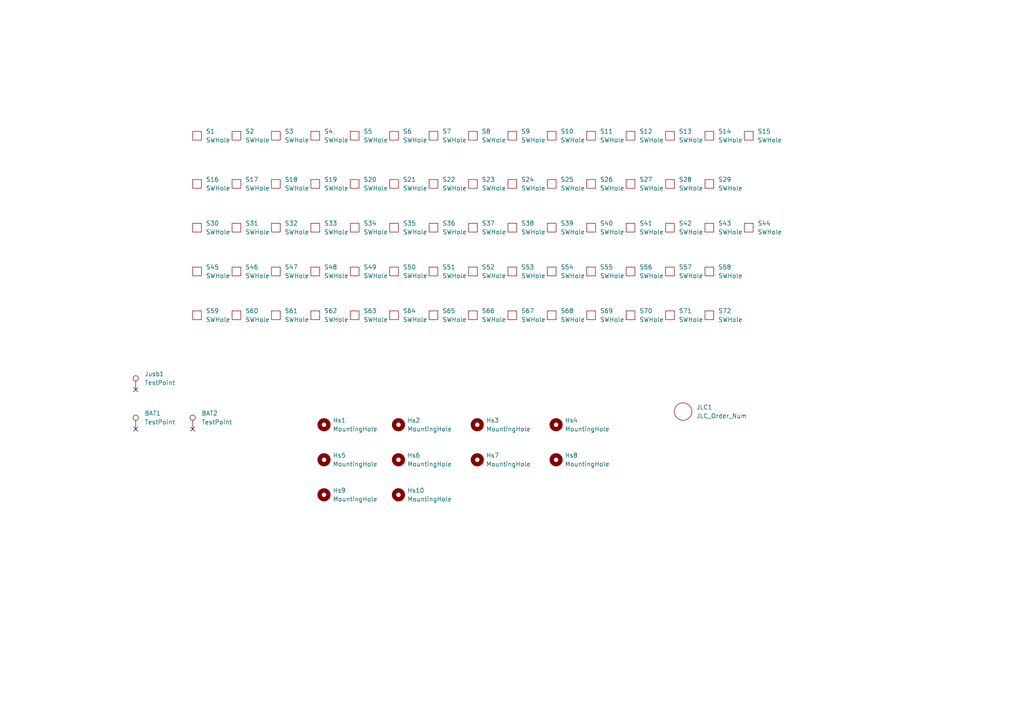
<source format=kicad_sch>
(kicad_sch (version 20250114) (generator "eeschema") (generator_version "9.0")
  (paper "A4")
  (lib_symbols
    (symbol "Connector:TestPoint" (pin_numbers (hide yes)) (pin_names (offset 0.762) (hide yes))
      (property "Reference" "TP" (at 0 6.858 0))
      (property "Value" "TestPoint" (at 0 5.08 0))
      (symbol "TestPoint_0_1"
        (circle (center 0 3.302) (radius 0.762))
      )
      (symbol "TestPoint_1_1"
        (pin passive line (at 0 0 90) (length 2.54) (name "1") (number "1"))
      )
    )
    (symbol "Mechanical:MountingHole" (pin_names (offset 1.016)) (in_bom no)
      (property "Reference" "H" (at 0 5.08 0))
      (property "Value" "MountingHole" (at 0 3.175 0))
      (symbol "MountingHole_0_1"
        (circle (center 0 0) (radius 1.27) (stroke (width 1.27)))
      )
    )
    (symbol "tmr-lib:JLC_Order_Num"
      (property "Reference" "JLC" (at 0 0 0))
      (property "Value" "JLC_Order_Num" (at 0 0 0))
      (symbol "JLC_Order_Num_0_1"
        (circle (center 0 0) (radius 2.54) (stroke (width 0.1524)))
      )
    )
    (symbol "tmr-lib:SWHole"
      (property "Reference" "S" (at 0 2.54 0))
      (property "Value" "SWHole" (at 0 -2.54 0))
      (symbol "SWHole_0_1"
        (rectangle (start -1.27 1.27) (end 1.27 -1.27) (stroke (width 0.1524)))
      )
    )
  )
  (no_connect (at 39.37 124.46))
  (no_connect (at 39.37 113.03))
  (no_connect (at 55.88 124.46))
  (symbol (lib_id "tmr-lib:SWHole") (at 125.73 53.34 0) (unit 1)
    (property "Reference" "S22" (at 128.27 52.0699 0) (effects (justify left)))
    (property "Value" "SWHole" (at 128.27 54.6099 0) (effects (justify left)))
    (property "Footprint" "tmr-lib:Switch_Cutout" (effects (hide yes)))
  )
  (symbol (lib_id "tmr-lib:SWHole") (at 148.59 66.04 0) (unit 1)
    (property "Reference" "S38" (at 151.13 64.7699 0) (effects (justify left)))
    (property "Value" "SWHole" (at 151.13 67.3099 0) (effects (justify left)))
    (property "Footprint" "tmr-lib:Switch_Cutout" (effects (hide yes)))
  )
  (symbol (lib_id "tmr-lib:SWHole") (at 68.58 91.44 0) (unit 1)
    (property "Reference" "S60" (at 71.12 90.1699 0) (effects (justify left)))
    (property "Value" "SWHole" (at 71.12 92.7099 0) (effects (justify left)))
    (property "Footprint" "tmr-lib:Switch_Cutout_1.25u" (effects (hide yes)))
  )
  (symbol (lib_id "tmr-lib:SWHole") (at 137.16 66.04 0) (unit 1)
    (property "Reference" "S37" (at 139.7 64.7699 0) (effects (justify left)))
    (property "Value" "SWHole" (at 139.7 67.3099 0) (effects (justify left)))
    (property "Footprint" "tmr-lib:Switch_Cutout" (effects (hide yes)))
  )
  (symbol (lib_id "Mechanical:MountingHole") (at 115.57 133.35 0) (unit 1) (in_bom no)
    (property "Reference" "Hs6" (at 118.11 132.0799 0) (effects (justify left)))
    (property "Value" "MountingHole" (at 118.11 134.6199 0) (effects (justify left)))
    (property "Footprint" "MountingHole:MountingHole_2.1mm" (effects (hide yes)))
    (property "Description" "Mounting Hole without connection" (effects (hide yes)))
  )
  (symbol (lib_id "tmr-lib:SWHole") (at 205.74 78.74 0) (unit 1)
    (property "Reference" "S58" (at 208.28 77.4699 0) (effects (justify left)))
    (property "Value" "SWHole" (at 208.28 80.0099 0) (effects (justify left)))
    (property "Footprint" "tmr-lib:Switch_Cutout" (effects (hide yes)))
  )
  (symbol (lib_id "tmr-lib:SWHole") (at 102.87 53.34 0) (unit 1)
    (property "Reference" "S20" (at 105.41 52.0699 0) (effects (justify left)))
    (property "Value" "SWHole" (at 105.41 54.6099 0) (effects (justify left)))
    (property "Footprint" "tmr-lib:Switch_Cutout" (effects (hide yes)))
  )
  (symbol (lib_id "tmr-lib:SWHole") (at 114.3 78.74 0) (unit 1)
    (property "Reference" "S50" (at 116.84 77.4699 0) (effects (justify left)))
    (property "Value" "SWHole" (at 116.84 80.0099 0) (effects (justify left)))
    (property "Footprint" "tmr-lib:Switch_Cutout" (effects (hide yes)))
  )
  (symbol (lib_id "tmr-lib:SWHole") (at 114.3 91.44 0) (unit 1)
    (property "Reference" "S64" (at 116.84 90.1699 0) (effects (justify left)))
    (property "Value" "SWHole" (at 116.84 92.7099 0) (effects (justify left)))
    (property "Footprint" "tmr-lib:Switch_Cutout_2u" (effects (hide yes)))
  )
  (symbol (lib_id "tmr-lib:SWHole") (at 80.01 78.74 0) (unit 1)
    (property "Reference" "S47" (at 82.55 77.4699 0) (effects (justify left)))
    (property "Value" "SWHole" (at 82.55 80.0099 0) (effects (justify left)))
    (property "Footprint" "tmr-lib:Switch_Cutout" (effects (hide yes)))
  )
  (symbol (lib_id "tmr-lib:SWHole") (at 114.3 39.37 0) (unit 1)
    (property "Reference" "S6" (at 116.84 38.0999 0) (effects (justify left)))
    (property "Value" "SWHole" (at 116.84 40.6399 0) (effects (justify left)))
    (property "Footprint" "tmr-lib:Switch_Cutout" (effects (hide yes)))
  )
  (symbol (lib_id "tmr-lib:SWHole") (at 68.58 53.34 0) (unit 1)
    (property "Reference" "S17" (at 71.12 52.0699 0) (effects (justify left)))
    (property "Value" "SWHole" (at 71.12 54.6099 0) (effects (justify left)))
    (property "Footprint" "tmr-lib:Switch_Cutout" (effects (hide yes)))
  )
  (symbol (lib_id "Mechanical:MountingHole") (at 161.29 133.35 0) (unit 1) (in_bom no)
    (property "Reference" "Hs8" (at 163.83 132.0799 0) (effects (justify left)))
    (property "Value" "MountingHole" (at 163.83 134.6199 0) (effects (justify left)))
    (property "Footprint" "MountingHole:MountingHole_2.1mm" (effects (hide yes)))
    (property "Description" "Mounting Hole without connection" (effects (hide yes)))
  )
  (symbol (lib_id "tmr-lib:SWHole") (at 194.31 78.74 0) (unit 1)
    (property "Reference" "S57" (at 196.85 77.4699 0) (effects (justify left)))
    (property "Value" "SWHole" (at 196.85 80.0099 0) (effects (justify left)))
    (property "Footprint" "tmr-lib:Switch_Cutout_1.25u" (effects (hide yes)))
  )
  (symbol (lib_id "tmr-lib:SWHole") (at 194.31 53.34 0) (unit 1)
    (property "Reference" "S28" (at 196.85 52.0699 0) (effects (justify left)))
    (property "Value" "SWHole" (at 196.85 54.6099 0) (effects (justify left)))
    (property "Footprint" "tmr-lib:Switch_Cutout" (effects (hide yes)))
  )
  (symbol (lib_id "tmr-lib:SWHole") (at 194.31 66.04 0) (unit 1)
    (property "Reference" "S42" (at 196.85 64.7699 0) (effects (justify left)))
    (property "Value" "SWHole" (at 196.85 67.3099 0) (effects (justify left)))
    (property "Footprint" "tmr-lib:Switch_Cutout" (effects (hide yes)))
  )
  (symbol (lib_id "tmr-lib:SWHole") (at 68.58 66.04 0) (unit 1)
    (property "Reference" "S31" (at 71.12 64.7699 0) (effects (justify left)))
    (property "Value" "SWHole" (at 71.12 67.3099 0) (effects (justify left)))
    (property "Footprint" "tmr-lib:Switch_Cutout" (effects (hide yes)))
  )
  (symbol (lib_id "tmr-lib:SWHole") (at 102.87 66.04 0) (unit 1)
    (property "Reference" "S34" (at 105.41 64.7699 0) (effects (justify left)))
    (property "Value" "SWHole" (at 105.41 67.3099 0) (effects (justify left)))
    (property "Footprint" "tmr-lib:Switch_Cutout" (effects (hide yes)))
  )
  (symbol (lib_id "tmr-lib:SWHole") (at 57.15 78.74 0) (unit 1)
    (property "Reference" "S45" (at 59.69 77.4699 0) (effects (justify left)))
    (property "Value" "SWHole" (at 59.69 80.0099 0) (effects (justify left)))
    (property "Footprint" "tmr-lib:Switch_Cutout_1.25u" (effects (hide yes)))
  )
  (symbol (lib_id "Mechanical:MountingHole") (at 93.98 123.19 0) (unit 1) (in_bom no)
    (property "Reference" "Hs1" (at 96.52 121.9199 0) (effects (justify left)))
    (property "Value" "MountingHole" (at 96.52 124.4599 0) (effects (justify left)))
    (property "Footprint" "MountingHole:MountingHole_2.1mm" (effects (hide yes)))
    (property "Description" "Mounting Hole without connection" (effects (hide yes)))
  )
  (symbol (lib_id "tmr-lib:SWHole") (at 57.15 39.37 0) (unit 1)
    (property "Reference" "S1" (at 59.69 38.0999 0) (effects (justify left)))
    (property "Value" "SWHole" (at 59.69 40.6399 0) (effects (justify left)))
    (property "Footprint" "tmr-lib:Switch_Cutout" (effects (hide yes)))
  )
  (symbol (lib_id "tmr-lib:SWHole") (at 205.74 91.44 0) (unit 1)
    (property "Reference" "S72" (at 208.28 90.1699 0) (effects (justify left)))
    (property "Value" "SWHole" (at 208.28 92.7099 0) (effects (justify left)))
    (property "Footprint" "tmr-lib:Switch_Cutout" (effects (hide yes)))
  )
  (symbol (lib_id "tmr-lib:SWHole") (at 125.73 39.37 0) (unit 1)
    (property "Reference" "S7" (at 128.27 38.0999 0) (effects (justify left)))
    (property "Value" "SWHole" (at 128.27 40.6399 0) (effects (justify left)))
    (property "Footprint" "tmr-lib:Switch_Cutout" (effects (hide yes)))
  )
  (symbol (lib_id "tmr-lib:SWHole") (at 148.59 39.37 0) (unit 1)
    (property "Reference" "S9" (at 151.13 38.0999 0) (effects (justify left)))
    (property "Value" "SWHole" (at 151.13 40.6399 0) (effects (justify left)))
    (property "Footprint" "tmr-lib:Switch_Cutout" (effects (hide yes)))
  )
  (symbol (lib_id "tmr-lib:SWHole") (at 68.58 78.74 0) (unit 1)
    (property "Reference" "S46" (at 71.12 77.4699 0) (effects (justify left)))
    (property "Value" "SWHole" (at 71.12 80.0099 0) (effects (justify left)))
    (property "Footprint" "tmr-lib:Switch_Cutout_1.75u" (effects (hide yes)))
  )
  (symbol (lib_id "tmr-lib:SWHole") (at 171.45 91.44 0) (unit 1)
    (property "Reference" "S69" (at 173.99 90.1699 0) (effects (justify left)))
    (property "Value" "SWHole" (at 173.99 92.7099 0) (effects (justify left)))
    (property "Footprint" "tmr-lib:Switch_Cutout" (effects (hide yes)))
  )
  (symbol (lib_id "tmr-lib:SWHole") (at 171.45 39.37 0) (unit 1)
    (property "Reference" "S11" (at 173.99 38.0999 0) (effects (justify left)))
    (property "Value" "SWHole" (at 173.99 40.6399 0) (effects (justify left)))
    (property "Footprint" "tmr-lib:Switch_Cutout" (effects (hide yes)))
  )
  (symbol (lib_id "tmr-lib:SWHole") (at 194.31 91.44 0) (unit 1)
    (property "Reference" "S71" (at 196.85 90.1699 0) (effects (justify left)))
    (property "Value" "SWHole" (at 196.85 92.7099 0) (effects (justify left)))
    (property "Footprint" "tmr-lib:Switch_Cutout" (effects (hide yes)))
  )
  (symbol (lib_id "tmr-lib:SWHole") (at 205.74 39.37 0) (unit 1)
    (property "Reference" "S14" (at 208.28 38.0999 0) (effects (justify left)))
    (property "Value" "SWHole" (at 208.28 40.6399 0) (effects (justify left)))
    (property "Footprint" "tmr-lib:Switch_Cutout" (effects (hide yes)))
  )
  (symbol (lib_id "tmr-lib:SWHole") (at 148.59 91.44 0) (unit 1)
    (property "Reference" "S67" (at 151.13 90.1699 0) (effects (justify left)))
    (property "Value" "SWHole" (at 151.13 92.7099 0) (effects (justify left)))
    (property "Footprint" "tmr-lib:Switch_Cutout" (effects (hide yes)))
  )
  (symbol (lib_id "tmr-lib:JLC_Order_Num") (at 198.12 119.38 0) (unit 1)
    (property "Reference" "JLC1" (at 201.93 118.1099 0) (effects (justify left)))
    (property "Value" "JLC_Order_Num" (at 201.93 120.6499 0) (effects (justify left)))
    (property "Footprint" "tmr-lib:JLC_Order_Num" (effects (hide yes)))
  )
  (symbol (lib_id "tmr-lib:SWHole") (at 91.44 53.34 0) (unit 1)
    (property "Reference" "S19" (at 93.98 52.0699 0) (effects (justify left)))
    (property "Value" "SWHole" (at 93.98 54.6099 0) (effects (justify left)))
    (property "Footprint" "tmr-lib:Switch_Cutout" (effects (hide yes)))
  )
  (symbol (lib_id "tmr-lib:SWHole") (at 102.87 39.37 0) (unit 1)
    (property "Reference" "S5" (at 105.41 38.0999 0) (effects (justify left)))
    (property "Value" "SWHole" (at 105.41 40.6399 0) (effects (justify left)))
    (property "Footprint" "tmr-lib:Switch_Cutout" (effects (hide yes)))
  )
  (symbol (lib_id "tmr-lib:SWHole") (at 91.44 39.37 0) (unit 1)
    (property "Reference" "S4" (at 93.98 38.0999 0) (effects (justify left)))
    (property "Value" "SWHole" (at 93.98 40.6399 0) (effects (justify left)))
    (property "Footprint" "tmr-lib:Switch_Cutout" (effects (hide yes)))
  )
  (symbol (lib_id "tmr-lib:SWHole") (at 137.16 91.44 0) (unit 1)
    (property "Reference" "S66" (at 139.7 90.1699 0) (effects (justify left)))
    (property "Value" "SWHole" (at 139.7 92.7099 0) (effects (justify left)))
    (property "Footprint" "tmr-lib:Switch_Cutout_2u" (effects (hide yes)))
  )
  (symbol (lib_id "tmr-lib:SWHole") (at 182.88 91.44 0) (unit 1)
    (property "Reference" "S70" (at 185.42 90.1699 0) (effects (justify left)))
    (property "Value" "SWHole" (at 185.42 92.7099 0) (effects (justify left)))
    (property "Footprint" "tmr-lib:Switch_Cutout_1.25u" (effects (hide yes)))
  )
  (symbol (lib_id "tmr-lib:SWHole") (at 68.58 39.37 0) (unit 1)
    (property "Reference" "S2" (at 71.12 38.0999 0) (effects (justify left)))
    (property "Value" "SWHole" (at 71.12 40.6399 0) (effects (justify left)))
    (property "Footprint" "tmr-lib:Switch_Cutout" (effects (hide yes)))
  )
  (symbol (lib_id "tmr-lib:SWHole") (at 125.73 78.74 0) (unit 1)
    (property "Reference" "S51" (at 128.27 77.4699 0) (effects (justify left)))
    (property "Value" "SWHole" (at 128.27 80.0099 0) (effects (justify left)))
    (property "Footprint" "tmr-lib:Switch_Cutout" (effects (hide yes)))
  )
  (symbol (lib_id "Mechanical:MountingHole") (at 138.43 133.35 0) (unit 1) (in_bom no)
    (property "Reference" "Hs7" (at 140.97 132.0799 0) (effects (justify left)))
    (property "Value" "MountingHole" (at 140.97 134.6199 0) (effects (justify left)))
    (property "Footprint" "MountingHole:MountingHole_2.1mm" (effects (hide yes)))
    (property "Description" "Mounting Hole without connection" (effects (hide yes)))
  )
  (symbol (lib_id "tmr-lib:SWHole") (at 137.16 53.34 0) (unit 1)
    (property "Reference" "S23" (at 139.7 52.0699 0) (effects (justify left)))
    (property "Value" "SWHole" (at 139.7 54.6099 0) (effects (justify left)))
    (property "Footprint" "tmr-lib:Switch_Cutout" (effects (hide yes)))
  )
  (symbol (lib_id "Mechanical:MountingHole") (at 115.57 143.51 0) (unit 1) (in_bom no)
    (property "Reference" "Hs10" (at 118.11 142.2399 0) (effects (justify left)))
    (property "Value" "MountingHole" (at 118.11 144.7799 0) (effects (justify left)))
    (property "Footprint" "MountingHole:MountingHole_2.1mm" (effects (hide yes)))
    (property "Description" "Mounting Hole without connection" (effects (hide yes)))
  )
  (symbol (lib_id "tmr-lib:SWHole") (at 91.44 78.74 0) (unit 1)
    (property "Reference" "S48" (at 93.98 77.4699 0) (effects (justify left)))
    (property "Value" "SWHole" (at 93.98 80.0099 0) (effects (justify left)))
    (property "Footprint" "tmr-lib:Switch_Cutout" (effects (hide yes)))
  )
  (symbol (lib_id "Mechanical:MountingHole") (at 115.57 123.19 0) (unit 1) (in_bom no)
    (property "Reference" "Hs2" (at 118.11 121.9199 0) (effects (justify left)))
    (property "Value" "MountingHole" (at 118.11 124.4599 0) (effects (justify left)))
    (property "Footprint" "MountingHole:MountingHole_2.1mm" (effects (hide yes)))
    (property "Description" "Mounting Hole without connection" (effects (hide yes)))
  )
  (symbol (lib_id "tmr-lib:SWHole") (at 80.01 53.34 0) (unit 1)
    (property "Reference" "S18" (at 82.55 52.0699 0) (effects (justify left)))
    (property "Value" "SWHole" (at 82.55 54.6099 0) (effects (justify left)))
    (property "Footprint" "tmr-lib:Switch_Cutout" (effects (hide yes)))
  )
  (symbol (lib_id "tmr-lib:SWHole") (at 171.45 78.74 0) (unit 1)
    (property "Reference" "S55" (at 173.99 77.4699 0) (effects (justify left)))
    (property "Value" "SWHole" (at 173.99 80.0099 0) (effects (justify left)))
    (property "Footprint" "tmr-lib:Switch_Cutout" (effects (hide yes)))
  )
  (symbol (lib_id "tmr-lib:SWHole") (at 80.01 66.04 0) (unit 1)
    (property "Reference" "S32" (at 82.55 64.7699 0) (effects (justify left)))
    (property "Value" "SWHole" (at 82.55 67.3099 0) (effects (justify left)))
    (property "Footprint" "tmr-lib:Switch_Cutout" (effects (hide yes)))
  )
  (symbol (lib_id "tmr-lib:SWHole") (at 102.87 78.74 0) (unit 1)
    (property "Reference" "S49" (at 105.41 77.4699 0) (effects (justify left)))
    (property "Value" "SWHole" (at 105.41 80.0099 0) (effects (justify left)))
    (property "Footprint" "tmr-lib:Switch_Cutout" (effects (hide yes)))
  )
  (symbol (lib_id "Mechanical:MountingHole") (at 138.43 123.19 0) (unit 1) (in_bom no)
    (property "Reference" "Hs3" (at 140.97 121.9199 0) (effects (justify left)))
    (property "Value" "MountingHole" (at 140.97 124.4599 0) (effects (justify left)))
    (property "Footprint" "MountingHole:MountingHole_2.1mm" (effects (hide yes)))
    (property "Description" "Mounting Hole without connection" (effects (hide yes)))
  )
  (symbol (lib_id "Connector:TestPoint") (at 39.37 113.03 0) (unit 1)
    (property "Reference" "Jusb1" (at 41.91 108.4579 0) (effects (justify left)))
    (property "Value" "TestPoint" (at 41.91 110.9979 0) (effects (justify left)))
    (property "Footprint" "tmr-lib:Dummy" (effects (hide yes)))
    (property "Description" "test point" (effects (hide yes)))
  )
  (symbol (lib_id "tmr-lib:SWHole") (at 160.02 39.37 0) (unit 1)
    (property "Reference" "S10" (at 162.56 38.0999 0) (effects (justify left)))
    (property "Value" "SWHole" (at 162.56 40.6399 0) (effects (justify left)))
    (property "Footprint" "tmr-lib:Switch_Cutout" (effects (hide yes)))
  )
  (symbol (lib_id "tmr-lib:SWHole") (at 114.3 66.04 0) (unit 1)
    (property "Reference" "S35" (at 116.84 64.7699 0) (effects (justify left)))
    (property "Value" "SWHole" (at 116.84 67.3099 0) (effects (justify left)))
    (property "Footprint" "tmr-lib:Switch_Cutout" (effects (hide yes)))
  )
  (symbol (lib_id "tmr-lib:SWHole") (at 57.15 53.34 0) (unit 1)
    (property "Reference" "S16" (at 59.69 52.0699 0) (effects (justify left)))
    (property "Value" "SWHole" (at 59.69 54.6099 0) (effects (justify left)))
    (property "Footprint" "tmr-lib:Switch_Cutout" (effects (hide yes)))
  )
  (symbol (lib_id "tmr-lib:SWHole") (at 205.74 66.04 0) (unit 1)
    (property "Reference" "S43" (at 208.28 64.7699 0) (effects (justify left)))
    (property "Value" "SWHole" (at 208.28 67.3099 0) (effects (justify left)))
    (property "Footprint" "tmr-lib:Switch_Cutout" (effects (hide yes)))
  )
  (symbol (lib_id "tmr-lib:SWHole") (at 160.02 78.74 0) (unit 1)
    (property "Reference" "S54" (at 162.56 77.4699 0) (effects (justify left)))
    (property "Value" "SWHole" (at 162.56 80.0099 0) (effects (justify left)))
    (property "Footprint" "tmr-lib:Switch_Cutout" (effects (hide yes)))
  )
  (symbol (lib_id "tmr-lib:SWHole") (at 171.45 53.34 0) (unit 1)
    (property "Reference" "S26" (at 173.99 52.0699 0) (effects (justify left)))
    (property "Value" "SWHole" (at 173.99 54.6099 0) (effects (justify left)))
    (property "Footprint" "tmr-lib:Switch_Cutout" (effects (hide yes)))
  )
  (symbol (lib_id "Mechanical:MountingHole") (at 93.98 143.51 0) (unit 1) (in_bom no)
    (property "Reference" "Hs9" (at 96.52 142.2399 0) (effects (justify left)))
    (property "Value" "MountingHole" (at 96.52 144.7799 0) (effects (justify left)))
    (property "Footprint" "MountingHole:MountingHole_2.1mm" (effects (hide yes)))
    (property "Description" "Mounting Hole without connection" (effects (hide yes)))
  )
  (symbol (lib_id "tmr-lib:SWHole") (at 182.88 78.74 0) (unit 1)
    (property "Reference" "S56" (at 185.42 77.4699 0) (effects (justify left)))
    (property "Value" "SWHole" (at 185.42 80.0099 0) (effects (justify left)))
    (property "Footprint" "tmr-lib:Switch_Cutout" (effects (hide yes)))
  )
  (symbol (lib_id "Mechanical:MountingHole") (at 93.98 133.35 0) (unit 1) (in_bom no)
    (property "Reference" "Hs5" (at 96.52 132.0799 0) (effects (justify left)))
    (property "Value" "MountingHole" (at 96.52 134.6199 0) (effects (justify left)))
    (property "Footprint" "MountingHole:MountingHole_2.1mm" (effects (hide yes)))
    (property "Description" "Mounting Hole without connection" (effects (hide yes)))
  )
  (symbol (lib_id "tmr-lib:SWHole") (at 91.44 91.44 0) (unit 1)
    (property "Reference" "S62" (at 93.98 90.1699 0) (effects (justify left)))
    (property "Value" "SWHole" (at 93.98 92.7099 0) (effects (justify left)))
    (property "Footprint" "tmr-lib:Switch_Cutout" (effects (hide yes)))
  )
  (symbol (lib_id "tmr-lib:SWHole") (at 137.16 39.37 0) (unit 1)
    (property "Reference" "S8" (at 139.7 38.0999 0) (effects (justify left)))
    (property "Value" "SWHole" (at 139.7 40.6399 0) (effects (justify left)))
    (property "Footprint" "tmr-lib:Switch_Cutout" (effects (hide yes)))
  )
  (symbol (lib_id "tmr-lib:SWHole") (at 182.88 39.37 0) (unit 1)
    (property "Reference" "S12" (at 185.42 38.0999 0) (effects (justify left)))
    (property "Value" "SWHole" (at 185.42 40.6399 0) (effects (justify left)))
    (property "Footprint" "tmr-lib:Switch_Cutout" (effects (hide yes)))
  )
  (symbol (lib_id "tmr-lib:SWHole") (at 182.88 66.04 0) (unit 1)
    (property "Reference" "S41" (at 185.42 64.7699 0) (effects (justify left)))
    (property "Value" "SWHole" (at 185.42 67.3099 0) (effects (justify left)))
    (property "Footprint" "tmr-lib:Switch_Cutout" (effects (hide yes)))
  )
  (symbol (lib_id "tmr-lib:SWHole") (at 57.15 66.04 0) (unit 1)
    (property "Reference" "S30" (at 59.69 64.7699 0) (effects (justify left)))
    (property "Value" "SWHole" (at 59.69 67.3099 0) (effects (justify left)))
    (property "Footprint" "tmr-lib:Switch_Cutout_1.25u" (effects (hide yes)))
  )
  (symbol (lib_id "tmr-lib:SWHole") (at 137.16 78.74 0) (unit 1)
    (property "Reference" "S52" (at 139.7 77.4699 0) (effects (justify left)))
    (property "Value" "SWHole" (at 139.7 80.0099 0) (effects (justify left)))
    (property "Footprint" "tmr-lib:Switch_Cutout" (effects (hide yes)))
  )
  (symbol (lib_id "tmr-lib:SWHole") (at 125.73 91.44 0) (unit 1)
    (property "Reference" "S65" (at 128.27 90.1699 0) (effects (justify left)))
    (property "Value" "SWHole" (at 128.27 92.7099 0) (effects (justify left)))
    (property "Footprint" "tmr-lib:Switch_Cutout" (effects (hide yes)))
  )
  (symbol (lib_id "tmr-lib:SWHole") (at 148.59 78.74 0) (unit 1)
    (property "Reference" "S53" (at 151.13 77.4699 0) (effects (justify left)))
    (property "Value" "SWHole" (at 151.13 80.0099 0) (effects (justify left)))
    (property "Footprint" "tmr-lib:Switch_Cutout" (effects (hide yes)))
  )
  (symbol (lib_id "tmr-lib:SWHole") (at 160.02 53.34 0) (unit 1)
    (property "Reference" "S25" (at 162.56 52.0699 0) (effects (justify left)))
    (property "Value" "SWHole" (at 162.56 54.6099 0) (effects (justify left)))
    (property "Footprint" "tmr-lib:Switch_Cutout" (effects (hide yes)))
  )
  (symbol (lib_id "Connector:TestPoint") (at 39.37 124.46 0) (unit 1)
    (property "Reference" "BAT1" (at 41.91 119.8879 0) (effects (justify left)))
    (property "Value" "TestPoint" (at 41.91 122.4279 0) (effects (justify left)))
    (property "Footprint" "tmr-lib:Dummy" (effects (hide yes)))
    (property "Description" "test point" (effects (hide yes)))
  )
  (symbol (lib_id "tmr-lib:SWHole") (at 160.02 91.44 0) (unit 1)
    (property "Reference" "S68" (at 162.56 90.1699 0) (effects (justify left)))
    (property "Value" "SWHole" (at 162.56 92.7099 0) (effects (justify left)))
    (property "Footprint" "tmr-lib:Switch_Cutout" (effects (hide yes)))
  )
  (symbol (lib_id "tmr-lib:SWHole") (at 148.59 53.34 0) (unit 1)
    (property "Reference" "S24" (at 151.13 52.0699 0) (effects (justify left)))
    (property "Value" "SWHole" (at 151.13 54.6099 0) (effects (justify left)))
    (property "Footprint" "tmr-lib:Switch_Cutout" (effects (hide yes)))
  )
  (symbol (lib_id "tmr-lib:SWHole") (at 217.17 39.37 0) (unit 1)
    (property "Reference" "S15" (at 219.71 38.0999 0) (effects (justify left)))
    (property "Value" "SWHole" (at 219.71 40.6399 0) (effects (justify left)))
    (property "Footprint" "tmr-lib:Switch_Cutout" (effects (hide yes)))
  )
  (symbol (lib_id "tmr-lib:SWHole") (at 217.17 66.04 0) (unit 1)
    (property "Reference" "S44" (at 219.71 64.7699 0) (effects (justify left)))
    (property "Value" "SWHole" (at 219.71 67.3099 0) (effects (justify left)))
    (property "Footprint" "tmr-lib:Switch_Cutout" (effects (hide yes)))
  )
  (symbol (lib_id "tmr-lib:SWHole") (at 80.01 39.37 0) (unit 1)
    (property "Reference" "S3" (at 82.55 38.0999 0) (effects (justify left)))
    (property "Value" "SWHole" (at 82.55 40.6399 0) (effects (justify left)))
    (property "Footprint" "tmr-lib:Switch_Cutout" (effects (hide yes)))
  )
  (symbol (lib_id "tmr-lib:SWHole") (at 80.01 91.44 0) (unit 1)
    (property "Reference" "S61" (at 82.55 90.1699 0) (effects (justify left)))
    (property "Value" "SWHole" (at 82.55 92.7099 0) (effects (justify left)))
    (property "Footprint" "tmr-lib:Switch_Cutout" (effects (hide yes)))
  )
  (symbol (lib_id "tmr-lib:SWHole") (at 160.02 66.04 0) (unit 1)
    (property "Reference" "S39" (at 162.56 64.7699 0) (effects (justify left)))
    (property "Value" "SWHole" (at 162.56 67.3099 0) (effects (justify left)))
    (property "Footprint" "tmr-lib:Switch_Cutout" (effects (hide yes)))
  )
  (symbol (lib_id "tmr-lib:SWHole") (at 125.73 66.04 0) (unit 1)
    (property "Reference" "S36" (at 128.27 64.7699 0) (effects (justify left)))
    (property "Value" "SWHole" (at 128.27 67.3099 0) (effects (justify left)))
    (property "Footprint" "tmr-lib:Switch_Cutout" (effects (hide yes)))
  )
  (symbol (lib_id "Connector:TestPoint") (at 55.88 124.46 0) (unit 1)
    (property "Reference" "BAT2" (at 58.42 119.8879 0) (effects (justify left)))
    (property "Value" "TestPoint" (at 58.42 122.4279 0) (effects (justify left)))
    (property "Footprint" "tmr-lib:Dummy" (effects (hide yes)))
    (property "Description" "test point" (effects (hide yes)))
  )
  (symbol (lib_id "tmr-lib:SWHole") (at 194.31 39.37 0) (unit 1)
    (property "Reference" "S13" (at 196.85 38.0999 0) (effects (justify left)))
    (property "Value" "SWHole" (at 196.85 40.6399 0) (effects (justify left)))
    (property "Footprint" "tmr-lib:Switch_Cutout" (effects (hide yes)))
  )
  (symbol (lib_id "tmr-lib:SWHole") (at 171.45 66.04 0) (unit 1)
    (property "Reference" "S40" (at 173.99 64.7699 0) (effects (justify left)))
    (property "Value" "SWHole" (at 173.99 67.3099 0) (effects (justify left)))
    (property "Footprint" "tmr-lib:Switch_Cutout" (effects (hide yes)))
  )
  (symbol (lib_id "tmr-lib:SWHole") (at 205.74 53.34 0) (unit 1)
    (property "Reference" "S29" (at 208.28 52.0699 0) (effects (justify left)))
    (property "Value" "SWHole" (at 208.28 54.6099 0) (effects (justify left)))
    (property "Footprint" "tmr-lib:Switch_Cutout" (effects (hide yes)))
  )
  (symbol (lib_id "Mechanical:MountingHole") (at 161.29 123.19 0) (unit 1) (in_bom no)
    (property "Reference" "Hs4" (at 163.83 121.9199 0) (effects (justify left)))
    (property "Value" "MountingHole" (at 163.83 124.4599 0) (effects (justify left)))
    (property "Footprint" "MountingHole:MountingHole_2.1mm" (effects (hide yes)))
    (property "Description" "Mounting Hole without connection" (effects (hide yes)))
  )
  (symbol (lib_id "tmr-lib:SWHole") (at 57.15 91.44 0) (unit 1)
    (property "Reference" "S59" (at 59.69 90.1699 0) (effects (justify left)))
    (property "Value" "SWHole" (at 59.69 92.7099 0) (effects (justify left)))
    (property "Footprint" "tmr-lib:Switch_Cutout_1.25u" (effects (hide yes)))
  )
  (symbol (lib_id "tmr-lib:SWHole") (at 102.87 91.44 0) (unit 1)
    (property "Reference" "S63" (at 105.41 90.1699 0) (effects (justify left)))
    (property "Value" "SWHole" (at 105.41 92.7099 0) (effects (justify left)))
    (property "Footprint" "tmr-lib:Switch_Cutout" (effects (hide yes)))
  )
  (symbol (lib_id "tmr-lib:SWHole") (at 182.88 53.34 0) (unit 1)
    (property "Reference" "S27" (at 185.42 52.0699 0) (effects (justify left)))
    (property "Value" "SWHole" (at 185.42 54.6099 0) (effects (justify left)))
    (property "Footprint" "tmr-lib:Switch_Cutout" (effects (hide yes)))
  )
  (symbol (lib_id "tmr-lib:SWHole") (at 91.44 66.04 0) (unit 1)
    (property "Reference" "S33" (at 93.98 64.7699 0) (effects (justify left)))
    (property "Value" "SWHole" (at 93.98 67.3099 0) (effects (justify left)))
    (property "Footprint" "tmr-lib:Switch_Cutout" (effects (hide yes)))
  )
  (symbol (lib_id "tmr-lib:SWHole") (at 114.3 53.34 0) (unit 1)
    (property "Reference" "S21" (at 116.84 52.0699 0) (effects (justify left)))
    (property "Value" "SWHole" (at 116.84 54.6099 0) (effects (justify left)))
    (property "Footprint" "tmr-lib:Switch_Cutout" (effects (hide yes)))
  )
)
</source>
